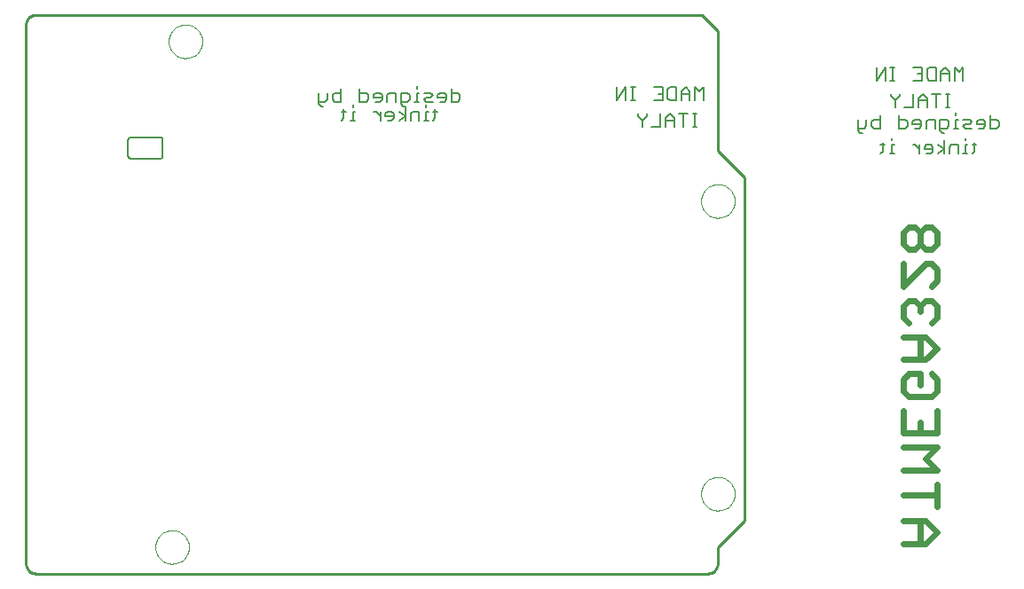
<source format=gbo>
G75*
%MOIN*%
%OFA0B0*%
%FSLAX24Y24*%
%IPPOS*%
%LPD*%
%AMOC8*
5,1,8,0,0,1.08239X$1,22.5*
%
%ADD10C,0.0100*%
%ADD11C,0.0230*%
%ADD12C,0.0070*%
%ADD13C,0.0000*%
%ADD14C,0.0060*%
D10*
X008844Y009700D02*
X034056Y009700D01*
X034095Y009702D01*
X034133Y009708D01*
X034170Y009717D01*
X034207Y009730D01*
X034242Y009747D01*
X034275Y009766D01*
X034306Y009789D01*
X034335Y009815D01*
X034361Y009844D01*
X034384Y009875D01*
X034403Y009908D01*
X034420Y009943D01*
X034433Y009980D01*
X034442Y010017D01*
X034448Y010055D01*
X034450Y010094D01*
X034450Y010700D01*
X035450Y011700D01*
X035450Y024600D01*
X034450Y025600D01*
X034450Y030100D01*
X033850Y030700D01*
X008844Y030700D01*
X008805Y030698D01*
X008767Y030692D01*
X008730Y030683D01*
X008693Y030670D01*
X008658Y030653D01*
X008625Y030634D01*
X008594Y030611D01*
X008565Y030585D01*
X008539Y030556D01*
X008516Y030525D01*
X008497Y030492D01*
X008480Y030457D01*
X008467Y030420D01*
X008458Y030383D01*
X008452Y030345D01*
X008450Y030306D01*
X008450Y010094D01*
X008452Y010055D01*
X008458Y010017D01*
X008467Y009980D01*
X008480Y009943D01*
X008497Y009908D01*
X008516Y009875D01*
X008539Y009844D01*
X008565Y009815D01*
X008594Y009789D01*
X008625Y009766D01*
X008658Y009747D01*
X008693Y009730D01*
X008730Y009717D01*
X008767Y009708D01*
X008805Y009702D01*
X008844Y009700D01*
D11*
X041415Y010834D02*
X042262Y010834D01*
X042686Y011258D01*
X042262Y011682D01*
X041415Y011682D01*
X042051Y011682D02*
X042051Y010834D01*
X042686Y012216D02*
X042686Y013063D01*
X042686Y012639D02*
X041415Y012639D01*
X041415Y013597D02*
X042686Y013597D01*
X042262Y014020D01*
X042686Y014444D01*
X041415Y014444D01*
X041415Y014978D02*
X041415Y015825D01*
X041627Y016359D02*
X041415Y016571D01*
X041415Y016995D01*
X041627Y017206D01*
X042051Y017206D01*
X042051Y016783D01*
X042474Y017206D02*
X042686Y016995D01*
X042686Y016571D01*
X042474Y016359D01*
X041627Y016359D01*
X042686Y015825D02*
X042686Y014978D01*
X041415Y014978D01*
X042051Y014978D02*
X042051Y015402D01*
X042051Y017740D02*
X042051Y018588D01*
X042262Y018588D02*
X041415Y018588D01*
X042262Y018588D02*
X042686Y018164D01*
X042262Y017740D01*
X041415Y017740D01*
X041627Y019121D02*
X041415Y019333D01*
X041415Y019757D01*
X041627Y019969D01*
X041839Y019969D01*
X042051Y019757D01*
X042051Y019545D01*
X042051Y019757D02*
X042262Y019969D01*
X042474Y019969D01*
X042686Y019757D01*
X042686Y019333D01*
X042474Y019121D01*
X042474Y020503D02*
X042686Y020714D01*
X042686Y021138D01*
X042474Y021350D01*
X042262Y021350D01*
X041415Y020503D01*
X041415Y021350D01*
X041627Y021884D02*
X041839Y021884D01*
X042051Y022096D01*
X042051Y022519D01*
X041839Y022731D01*
X041627Y022731D01*
X041415Y022519D01*
X041415Y022096D01*
X041627Y021884D01*
X042051Y022096D02*
X042262Y021884D01*
X042474Y021884D01*
X042686Y022096D01*
X042686Y022519D01*
X042474Y022731D01*
X042262Y022731D01*
X042051Y022519D01*
D12*
X042017Y025485D02*
X042017Y025812D01*
X042017Y025648D02*
X041853Y025812D01*
X041771Y025812D01*
X042205Y025730D02*
X042205Y025648D01*
X042532Y025648D01*
X042532Y025567D02*
X042532Y025730D01*
X042450Y025812D01*
X042287Y025812D01*
X042205Y025730D01*
X042287Y025485D02*
X042450Y025485D01*
X042532Y025567D01*
X042717Y025485D02*
X042962Y025648D01*
X042717Y025812D01*
X042962Y025975D02*
X042962Y025485D01*
X043151Y025485D02*
X043151Y025730D01*
X043232Y025812D01*
X043477Y025812D01*
X043477Y025485D01*
X043658Y025485D02*
X043821Y025485D01*
X043740Y025485D02*
X043740Y025812D01*
X043821Y025812D01*
X044002Y025812D02*
X044165Y025812D01*
X044083Y025894D02*
X044083Y025567D01*
X044002Y025485D01*
X043740Y025975D02*
X043740Y026057D01*
X043739Y026435D02*
X043657Y026517D01*
X043739Y026598D01*
X043902Y026598D01*
X043984Y026680D01*
X043902Y026762D01*
X043657Y026762D01*
X043468Y026762D02*
X043386Y026762D01*
X043386Y026435D01*
X043305Y026435D02*
X043468Y026435D01*
X043739Y026435D02*
X043984Y026435D01*
X044172Y026598D02*
X044499Y026598D01*
X044499Y026517D02*
X044499Y026680D01*
X044418Y026762D01*
X044254Y026762D01*
X044172Y026680D01*
X044172Y026598D01*
X044254Y026435D02*
X044418Y026435D01*
X044499Y026517D01*
X044688Y026435D02*
X044933Y026435D01*
X045015Y026517D01*
X045015Y026680D01*
X044933Y026762D01*
X044688Y026762D01*
X044688Y026925D02*
X044688Y026435D01*
X043386Y026925D02*
X043386Y027007D01*
X043165Y027235D02*
X043002Y027235D01*
X043083Y027235D02*
X043083Y027725D01*
X043002Y027725D02*
X043165Y027725D01*
X042821Y027725D02*
X042494Y027725D01*
X042658Y027725D02*
X042658Y027235D01*
X042306Y027235D02*
X042306Y027562D01*
X042142Y027725D01*
X041979Y027562D01*
X041979Y027235D01*
X041790Y027235D02*
X041463Y027235D01*
X041790Y027235D02*
X041790Y027725D01*
X041979Y027480D02*
X042306Y027480D01*
X042389Y028235D02*
X042307Y028317D01*
X042307Y028644D01*
X042389Y028725D01*
X042634Y028725D01*
X042634Y028235D01*
X042389Y028235D01*
X042118Y028235D02*
X041791Y028235D01*
X041955Y028480D02*
X042118Y028480D01*
X042118Y028725D02*
X042118Y028235D01*
X042118Y028725D02*
X041791Y028725D01*
X041087Y028725D02*
X040923Y028725D01*
X041005Y028725D02*
X041005Y028235D01*
X041087Y028235D02*
X040923Y028235D01*
X040743Y028235D02*
X040743Y028725D01*
X040416Y028235D01*
X040416Y028725D01*
X040947Y027725D02*
X040947Y027644D01*
X041111Y027480D01*
X041111Y027235D01*
X041111Y027480D02*
X041274Y027644D01*
X041274Y027725D01*
X041250Y026925D02*
X041250Y026435D01*
X041496Y026435D01*
X041577Y026517D01*
X041577Y026680D01*
X041496Y026762D01*
X041250Y026762D01*
X041766Y026680D02*
X041766Y026598D01*
X042093Y026598D01*
X042093Y026517D02*
X042093Y026680D01*
X042011Y026762D01*
X041848Y026762D01*
X041766Y026680D01*
X041848Y026435D02*
X042011Y026435D01*
X042093Y026517D01*
X042282Y026435D02*
X042282Y026680D01*
X042363Y026762D01*
X042609Y026762D01*
X042609Y026435D01*
X042797Y026435D02*
X043043Y026435D01*
X043124Y026517D01*
X043124Y026680D01*
X043043Y026762D01*
X042797Y026762D01*
X042797Y026353D01*
X042879Y026272D01*
X042961Y026272D01*
X041071Y025812D02*
X040989Y025812D01*
X040989Y025485D01*
X040908Y025485D02*
X041071Y025485D01*
X040646Y025567D02*
X040646Y025894D01*
X040727Y025812D02*
X040564Y025812D01*
X040646Y025567D02*
X040564Y025485D01*
X040989Y025975D02*
X040989Y026057D01*
X040546Y026435D02*
X040301Y026435D01*
X040219Y026517D01*
X040219Y026680D01*
X040301Y026762D01*
X040546Y026762D01*
X040546Y026925D02*
X040546Y026435D01*
X040030Y026517D02*
X039949Y026435D01*
X039704Y026435D01*
X039704Y026353D02*
X039785Y026272D01*
X039867Y026272D01*
X039704Y026353D02*
X039704Y026762D01*
X040030Y026762D02*
X040030Y026517D01*
X042822Y028235D02*
X042822Y028562D01*
X042986Y028725D01*
X043149Y028562D01*
X043149Y028235D01*
X043338Y028235D02*
X043338Y028725D01*
X043502Y028562D01*
X043665Y028725D01*
X043665Y028235D01*
X043149Y028480D02*
X042822Y028480D01*
X033915Y027975D02*
X033915Y027485D01*
X033588Y027485D02*
X033588Y027975D01*
X033752Y027812D01*
X033915Y027975D01*
X033399Y027812D02*
X033399Y027485D01*
X033399Y027730D02*
X033072Y027730D01*
X033072Y027812D02*
X033072Y027485D01*
X032884Y027485D02*
X032884Y027975D01*
X032639Y027975D01*
X032557Y027894D01*
X032557Y027567D01*
X032639Y027485D01*
X032884Y027485D01*
X033072Y027812D02*
X033236Y027975D01*
X033399Y027812D01*
X032368Y027730D02*
X032205Y027730D01*
X032368Y027485D02*
X032041Y027485D01*
X032368Y027485D02*
X032368Y027975D01*
X032041Y027975D01*
X031337Y027975D02*
X031173Y027975D01*
X031255Y027975D02*
X031255Y027485D01*
X031337Y027485D02*
X031173Y027485D01*
X030993Y027485D02*
X030993Y027975D01*
X030666Y027485D01*
X030666Y027975D01*
X031447Y026975D02*
X031447Y026894D01*
X031611Y026730D01*
X031611Y026485D01*
X031611Y026730D02*
X031774Y026894D01*
X031774Y026975D01*
X032290Y026975D02*
X032290Y026485D01*
X031963Y026485D01*
X032479Y026485D02*
X032479Y026812D01*
X032642Y026975D01*
X032806Y026812D01*
X032806Y026485D01*
X032806Y026730D02*
X032479Y026730D01*
X032994Y026975D02*
X033321Y026975D01*
X033158Y026975D02*
X033158Y026485D01*
X033502Y026485D02*
X033665Y026485D01*
X033583Y026485D02*
X033583Y026975D01*
X033502Y026975D02*
X033665Y026975D01*
X024765Y027517D02*
X024683Y027435D01*
X024438Y027435D01*
X024438Y027925D01*
X024438Y027762D02*
X024683Y027762D01*
X024765Y027680D01*
X024765Y027517D01*
X024249Y027517D02*
X024168Y027435D01*
X024004Y027435D01*
X023922Y027598D02*
X024249Y027598D01*
X024249Y027517D02*
X024249Y027680D01*
X024168Y027762D01*
X024004Y027762D01*
X023922Y027680D01*
X023922Y027598D01*
X023734Y027680D02*
X023652Y027762D01*
X023407Y027762D01*
X023489Y027598D02*
X023652Y027598D01*
X023734Y027680D01*
X023734Y027435D02*
X023489Y027435D01*
X023407Y027517D01*
X023489Y027598D01*
X023490Y027307D02*
X023490Y027225D01*
X023490Y027062D02*
X023490Y026735D01*
X023571Y026735D02*
X023408Y026735D01*
X023227Y026735D02*
X023227Y027062D01*
X022982Y027062D01*
X022901Y026980D01*
X022901Y026735D01*
X022712Y026735D02*
X022712Y027225D01*
X022711Y027272D02*
X022629Y027272D01*
X022547Y027353D01*
X022547Y027762D01*
X022793Y027762D01*
X022874Y027680D01*
X022874Y027517D01*
X022793Y027435D01*
X022547Y027435D01*
X022359Y027435D02*
X022359Y027762D01*
X022113Y027762D01*
X022032Y027680D01*
X022032Y027435D01*
X021843Y027517D02*
X021761Y027435D01*
X021598Y027435D01*
X021516Y027598D02*
X021843Y027598D01*
X021843Y027517D02*
X021843Y027680D01*
X021761Y027762D01*
X021598Y027762D01*
X021516Y027680D01*
X021516Y027598D01*
X021327Y027517D02*
X021327Y027680D01*
X021246Y027762D01*
X021000Y027762D01*
X021000Y027925D02*
X021000Y027435D01*
X021246Y027435D01*
X021327Y027517D01*
X020739Y027307D02*
X020739Y027225D01*
X020739Y027062D02*
X020739Y026735D01*
X020658Y026735D02*
X020821Y026735D01*
X020821Y027062D02*
X020739Y027062D01*
X020477Y027062D02*
X020314Y027062D01*
X020396Y027144D02*
X020396Y026817D01*
X020314Y026735D01*
X020296Y027435D02*
X020051Y027435D01*
X019969Y027517D01*
X019969Y027680D01*
X020051Y027762D01*
X020296Y027762D01*
X020296Y027925D02*
X020296Y027435D01*
X019780Y027517D02*
X019699Y027435D01*
X019454Y027435D01*
X019454Y027353D02*
X019535Y027272D01*
X019617Y027272D01*
X019454Y027353D02*
X019454Y027762D01*
X019780Y027762D02*
X019780Y027517D01*
X021521Y027062D02*
X021603Y027062D01*
X021767Y026898D01*
X021767Y026735D02*
X021767Y027062D01*
X021955Y026980D02*
X021955Y026898D01*
X022282Y026898D01*
X022282Y026817D02*
X022282Y026980D01*
X022200Y027062D01*
X022037Y027062D01*
X021955Y026980D01*
X022037Y026735D02*
X022200Y026735D01*
X022282Y026817D01*
X022467Y026735D02*
X022712Y026898D01*
X022467Y027062D01*
X023055Y027435D02*
X023218Y027435D01*
X023136Y027435D02*
X023136Y027762D01*
X023218Y027762D01*
X023136Y027925D02*
X023136Y028007D01*
X023833Y027144D02*
X023833Y026817D01*
X023752Y026735D01*
X023752Y027062D02*
X023915Y027062D01*
X023571Y027062D02*
X023490Y027062D01*
D13*
X013820Y029700D02*
X013822Y029750D01*
X013828Y029800D01*
X013838Y029849D01*
X013852Y029897D01*
X013869Y029944D01*
X013890Y029989D01*
X013915Y030033D01*
X013943Y030074D01*
X013975Y030113D01*
X014009Y030150D01*
X014046Y030184D01*
X014086Y030214D01*
X014128Y030241D01*
X014172Y030265D01*
X014218Y030286D01*
X014265Y030302D01*
X014313Y030315D01*
X014363Y030324D01*
X014412Y030329D01*
X014463Y030330D01*
X014513Y030327D01*
X014562Y030320D01*
X014611Y030309D01*
X014659Y030294D01*
X014705Y030276D01*
X014750Y030254D01*
X014793Y030228D01*
X014834Y030199D01*
X014873Y030167D01*
X014909Y030132D01*
X014941Y030094D01*
X014971Y030054D01*
X014998Y030011D01*
X015021Y029967D01*
X015040Y029921D01*
X015056Y029873D01*
X015068Y029824D01*
X015076Y029775D01*
X015080Y029725D01*
X015080Y029675D01*
X015076Y029625D01*
X015068Y029576D01*
X015056Y029527D01*
X015040Y029479D01*
X015021Y029433D01*
X014998Y029389D01*
X014971Y029346D01*
X014941Y029306D01*
X014909Y029268D01*
X014873Y029233D01*
X014834Y029201D01*
X014793Y029172D01*
X014750Y029146D01*
X014705Y029124D01*
X014659Y029106D01*
X014611Y029091D01*
X014562Y029080D01*
X014513Y029073D01*
X014463Y029070D01*
X014412Y029071D01*
X014363Y029076D01*
X014313Y029085D01*
X014265Y029098D01*
X014218Y029114D01*
X014172Y029135D01*
X014128Y029159D01*
X014086Y029186D01*
X014046Y029216D01*
X014009Y029250D01*
X013975Y029287D01*
X013943Y029326D01*
X013915Y029367D01*
X013890Y029411D01*
X013869Y029456D01*
X013852Y029503D01*
X013838Y029551D01*
X013828Y029600D01*
X013822Y029650D01*
X013820Y029700D01*
X033820Y023700D02*
X033822Y023750D01*
X033828Y023800D01*
X033838Y023849D01*
X033852Y023897D01*
X033869Y023944D01*
X033890Y023989D01*
X033915Y024033D01*
X033943Y024074D01*
X033975Y024113D01*
X034009Y024150D01*
X034046Y024184D01*
X034086Y024214D01*
X034128Y024241D01*
X034172Y024265D01*
X034218Y024286D01*
X034265Y024302D01*
X034313Y024315D01*
X034363Y024324D01*
X034412Y024329D01*
X034463Y024330D01*
X034513Y024327D01*
X034562Y024320D01*
X034611Y024309D01*
X034659Y024294D01*
X034705Y024276D01*
X034750Y024254D01*
X034793Y024228D01*
X034834Y024199D01*
X034873Y024167D01*
X034909Y024132D01*
X034941Y024094D01*
X034971Y024054D01*
X034998Y024011D01*
X035021Y023967D01*
X035040Y023921D01*
X035056Y023873D01*
X035068Y023824D01*
X035076Y023775D01*
X035080Y023725D01*
X035080Y023675D01*
X035076Y023625D01*
X035068Y023576D01*
X035056Y023527D01*
X035040Y023479D01*
X035021Y023433D01*
X034998Y023389D01*
X034971Y023346D01*
X034941Y023306D01*
X034909Y023268D01*
X034873Y023233D01*
X034834Y023201D01*
X034793Y023172D01*
X034750Y023146D01*
X034705Y023124D01*
X034659Y023106D01*
X034611Y023091D01*
X034562Y023080D01*
X034513Y023073D01*
X034463Y023070D01*
X034412Y023071D01*
X034363Y023076D01*
X034313Y023085D01*
X034265Y023098D01*
X034218Y023114D01*
X034172Y023135D01*
X034128Y023159D01*
X034086Y023186D01*
X034046Y023216D01*
X034009Y023250D01*
X033975Y023287D01*
X033943Y023326D01*
X033915Y023367D01*
X033890Y023411D01*
X033869Y023456D01*
X033852Y023503D01*
X033838Y023551D01*
X033828Y023600D01*
X033822Y023650D01*
X033820Y023700D01*
X033820Y012700D02*
X033822Y012750D01*
X033828Y012800D01*
X033838Y012849D01*
X033852Y012897D01*
X033869Y012944D01*
X033890Y012989D01*
X033915Y013033D01*
X033943Y013074D01*
X033975Y013113D01*
X034009Y013150D01*
X034046Y013184D01*
X034086Y013214D01*
X034128Y013241D01*
X034172Y013265D01*
X034218Y013286D01*
X034265Y013302D01*
X034313Y013315D01*
X034363Y013324D01*
X034412Y013329D01*
X034463Y013330D01*
X034513Y013327D01*
X034562Y013320D01*
X034611Y013309D01*
X034659Y013294D01*
X034705Y013276D01*
X034750Y013254D01*
X034793Y013228D01*
X034834Y013199D01*
X034873Y013167D01*
X034909Y013132D01*
X034941Y013094D01*
X034971Y013054D01*
X034998Y013011D01*
X035021Y012967D01*
X035040Y012921D01*
X035056Y012873D01*
X035068Y012824D01*
X035076Y012775D01*
X035080Y012725D01*
X035080Y012675D01*
X035076Y012625D01*
X035068Y012576D01*
X035056Y012527D01*
X035040Y012479D01*
X035021Y012433D01*
X034998Y012389D01*
X034971Y012346D01*
X034941Y012306D01*
X034909Y012268D01*
X034873Y012233D01*
X034834Y012201D01*
X034793Y012172D01*
X034750Y012146D01*
X034705Y012124D01*
X034659Y012106D01*
X034611Y012091D01*
X034562Y012080D01*
X034513Y012073D01*
X034463Y012070D01*
X034412Y012071D01*
X034363Y012076D01*
X034313Y012085D01*
X034265Y012098D01*
X034218Y012114D01*
X034172Y012135D01*
X034128Y012159D01*
X034086Y012186D01*
X034046Y012216D01*
X034009Y012250D01*
X033975Y012287D01*
X033943Y012326D01*
X033915Y012367D01*
X033890Y012411D01*
X033869Y012456D01*
X033852Y012503D01*
X033838Y012551D01*
X033828Y012600D01*
X033822Y012650D01*
X033820Y012700D01*
X013320Y010700D02*
X013322Y010750D01*
X013328Y010800D01*
X013338Y010849D01*
X013352Y010897D01*
X013369Y010944D01*
X013390Y010989D01*
X013415Y011033D01*
X013443Y011074D01*
X013475Y011113D01*
X013509Y011150D01*
X013546Y011184D01*
X013586Y011214D01*
X013628Y011241D01*
X013672Y011265D01*
X013718Y011286D01*
X013765Y011302D01*
X013813Y011315D01*
X013863Y011324D01*
X013912Y011329D01*
X013963Y011330D01*
X014013Y011327D01*
X014062Y011320D01*
X014111Y011309D01*
X014159Y011294D01*
X014205Y011276D01*
X014250Y011254D01*
X014293Y011228D01*
X014334Y011199D01*
X014373Y011167D01*
X014409Y011132D01*
X014441Y011094D01*
X014471Y011054D01*
X014498Y011011D01*
X014521Y010967D01*
X014540Y010921D01*
X014556Y010873D01*
X014568Y010824D01*
X014576Y010775D01*
X014580Y010725D01*
X014580Y010675D01*
X014576Y010625D01*
X014568Y010576D01*
X014556Y010527D01*
X014540Y010479D01*
X014521Y010433D01*
X014498Y010389D01*
X014471Y010346D01*
X014441Y010306D01*
X014409Y010268D01*
X014373Y010233D01*
X014334Y010201D01*
X014293Y010172D01*
X014250Y010146D01*
X014205Y010124D01*
X014159Y010106D01*
X014111Y010091D01*
X014062Y010080D01*
X014013Y010073D01*
X013963Y010070D01*
X013912Y010071D01*
X013863Y010076D01*
X013813Y010085D01*
X013765Y010098D01*
X013718Y010114D01*
X013672Y010135D01*
X013628Y010159D01*
X013586Y010186D01*
X013546Y010216D01*
X013509Y010250D01*
X013475Y010287D01*
X013443Y010326D01*
X013415Y010367D01*
X013390Y010411D01*
X013369Y010456D01*
X013352Y010503D01*
X013338Y010551D01*
X013328Y010600D01*
X013322Y010650D01*
X013320Y010700D01*
D14*
X013500Y025300D02*
X012400Y025300D01*
X012383Y025302D01*
X012366Y025306D01*
X012350Y025313D01*
X012336Y025323D01*
X012323Y025336D01*
X012313Y025350D01*
X012306Y025366D01*
X012302Y025383D01*
X012300Y025400D01*
X012300Y026000D01*
X012302Y026017D01*
X012306Y026034D01*
X012313Y026050D01*
X012323Y026064D01*
X012336Y026077D01*
X012350Y026087D01*
X012366Y026094D01*
X012383Y026098D01*
X012400Y026100D01*
X013500Y026100D01*
X013517Y026098D01*
X013534Y026094D01*
X013550Y026087D01*
X013564Y026077D01*
X013577Y026064D01*
X013587Y026050D01*
X013594Y026034D01*
X013598Y026017D01*
X013600Y026000D01*
X013600Y025400D01*
X013598Y025383D01*
X013594Y025366D01*
X013587Y025350D01*
X013577Y025336D01*
X013564Y025323D01*
X013550Y025313D01*
X013534Y025306D01*
X013517Y025302D01*
X013500Y025300D01*
M02*

</source>
